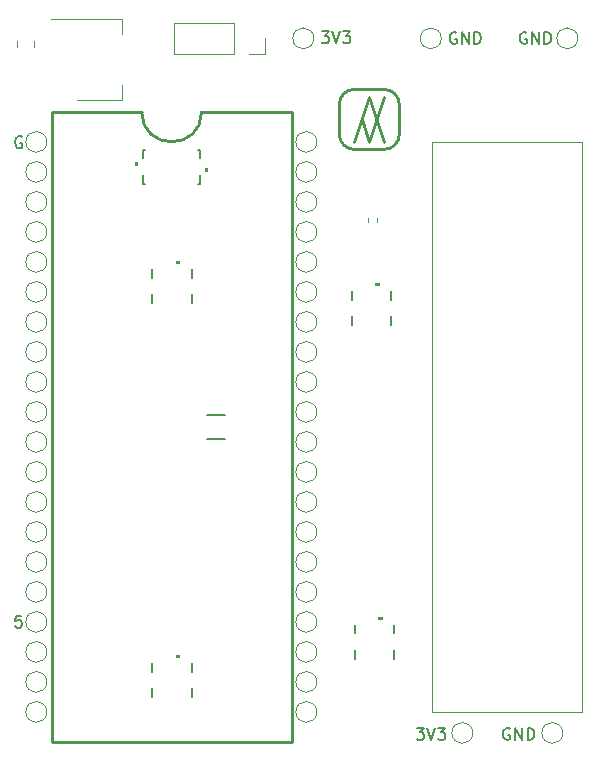
<source format=gbr>
%TF.GenerationSoftware,KiCad,Pcbnew,7.0.9*%
%TF.CreationDate,2024-10-20T15:28:43-06:00*%
%TF.ProjectId,Prototype2,50726f74-6f74-4797-9065-322e6b696361,rev?*%
%TF.SameCoordinates,Original*%
%TF.FileFunction,Legend,Top*%
%TF.FilePolarity,Positive*%
%FSLAX46Y46*%
G04 Gerber Fmt 4.6, Leading zero omitted, Abs format (unit mm)*
G04 Created by KiCad (PCBNEW 7.0.9) date 2024-10-20 15:28:43*
%MOMM*%
%LPD*%
G01*
G04 APERTURE LIST*
%ADD10C,0.254000*%
%ADD11C,0.150000*%
%ADD12C,0.076200*%
%ADD13C,0.152400*%
%ADD14C,0.120000*%
%ADD15C,0.100000*%
G04 APERTURE END LIST*
D10*
X187960000Y-65405000D02*
G75*
G03*
X186690000Y-64135000I-1270000J0D01*
G01*
X185420000Y-68580000D02*
X186690000Y-64770000D01*
X184150000Y-68580000D02*
X185420000Y-64770000D01*
X186690000Y-69215000D02*
G75*
G03*
X187960000Y-67945000I0J1270000D01*
G01*
X187960000Y-65405000D02*
X187960000Y-67945000D01*
X182880000Y-67945000D02*
G75*
G03*
X184150000Y-69215000I1270000J0D01*
G01*
X182880000Y-65405000D02*
X182880000Y-67945000D01*
X186690000Y-64135000D02*
X184150000Y-64135000D01*
X184785000Y-66675000D02*
X185420000Y-68580000D01*
X185420000Y-64770000D02*
X186690000Y-68580000D01*
X184150000Y-64135000D02*
G75*
G03*
X182880000Y-65405000I0J-1270000D01*
G01*
X186690000Y-69215000D02*
X184150000Y-69215000D01*
D11*
X155956169Y-108699419D02*
X155479979Y-108699419D01*
X155479979Y-108699419D02*
X155432360Y-109175609D01*
X155432360Y-109175609D02*
X155479979Y-109127990D01*
X155479979Y-109127990D02*
X155575217Y-109080371D01*
X155575217Y-109080371D02*
X155813312Y-109080371D01*
X155813312Y-109080371D02*
X155908550Y-109127990D01*
X155908550Y-109127990D02*
X155956169Y-109175609D01*
X155956169Y-109175609D02*
X156003788Y-109270847D01*
X156003788Y-109270847D02*
X156003788Y-109508942D01*
X156003788Y-109508942D02*
X155956169Y-109604180D01*
X155956169Y-109604180D02*
X155908550Y-109651800D01*
X155908550Y-109651800D02*
X155813312Y-109699419D01*
X155813312Y-109699419D02*
X155575217Y-109699419D01*
X155575217Y-109699419D02*
X155479979Y-109651800D01*
X155479979Y-109651800D02*
X155432360Y-109604180D01*
X181394341Y-59220219D02*
X182013388Y-59220219D01*
X182013388Y-59220219D02*
X181680055Y-59601171D01*
X181680055Y-59601171D02*
X181822912Y-59601171D01*
X181822912Y-59601171D02*
X181918150Y-59648790D01*
X181918150Y-59648790D02*
X181965769Y-59696409D01*
X181965769Y-59696409D02*
X182013388Y-59791647D01*
X182013388Y-59791647D02*
X182013388Y-60029742D01*
X182013388Y-60029742D02*
X181965769Y-60124980D01*
X181965769Y-60124980D02*
X181918150Y-60172600D01*
X181918150Y-60172600D02*
X181822912Y-60220219D01*
X181822912Y-60220219D02*
X181537198Y-60220219D01*
X181537198Y-60220219D02*
X181441960Y-60172600D01*
X181441960Y-60172600D02*
X181394341Y-60124980D01*
X182299103Y-59220219D02*
X182632436Y-60220219D01*
X182632436Y-60220219D02*
X182965769Y-59220219D01*
X183203865Y-59220219D02*
X183822912Y-59220219D01*
X183822912Y-59220219D02*
X183489579Y-59601171D01*
X183489579Y-59601171D02*
X183632436Y-59601171D01*
X183632436Y-59601171D02*
X183727674Y-59648790D01*
X183727674Y-59648790D02*
X183775293Y-59696409D01*
X183775293Y-59696409D02*
X183822912Y-59791647D01*
X183822912Y-59791647D02*
X183822912Y-60029742D01*
X183822912Y-60029742D02*
X183775293Y-60124980D01*
X183775293Y-60124980D02*
X183727674Y-60172600D01*
X183727674Y-60172600D02*
X183632436Y-60220219D01*
X183632436Y-60220219D02*
X183346722Y-60220219D01*
X183346722Y-60220219D02*
X183251484Y-60172600D01*
X183251484Y-60172600D02*
X183203865Y-60124980D01*
X197304188Y-118246638D02*
X197208950Y-118199019D01*
X197208950Y-118199019D02*
X197066093Y-118199019D01*
X197066093Y-118199019D02*
X196923236Y-118246638D01*
X196923236Y-118246638D02*
X196827998Y-118341876D01*
X196827998Y-118341876D02*
X196780379Y-118437114D01*
X196780379Y-118437114D02*
X196732760Y-118627590D01*
X196732760Y-118627590D02*
X196732760Y-118770447D01*
X196732760Y-118770447D02*
X196780379Y-118960923D01*
X196780379Y-118960923D02*
X196827998Y-119056161D01*
X196827998Y-119056161D02*
X196923236Y-119151400D01*
X196923236Y-119151400D02*
X197066093Y-119199019D01*
X197066093Y-119199019D02*
X197161331Y-119199019D01*
X197161331Y-119199019D02*
X197304188Y-119151400D01*
X197304188Y-119151400D02*
X197351807Y-119103780D01*
X197351807Y-119103780D02*
X197351807Y-118770447D01*
X197351807Y-118770447D02*
X197161331Y-118770447D01*
X197780379Y-119199019D02*
X197780379Y-118199019D01*
X197780379Y-118199019D02*
X198351807Y-119199019D01*
X198351807Y-119199019D02*
X198351807Y-118199019D01*
X198827998Y-119199019D02*
X198827998Y-118199019D01*
X198827998Y-118199019D02*
X199066093Y-118199019D01*
X199066093Y-118199019D02*
X199208950Y-118246638D01*
X199208950Y-118246638D02*
X199304188Y-118341876D01*
X199304188Y-118341876D02*
X199351807Y-118437114D01*
X199351807Y-118437114D02*
X199399426Y-118627590D01*
X199399426Y-118627590D02*
X199399426Y-118770447D01*
X199399426Y-118770447D02*
X199351807Y-118960923D01*
X199351807Y-118960923D02*
X199304188Y-119056161D01*
X199304188Y-119056161D02*
X199208950Y-119151400D01*
X199208950Y-119151400D02*
X199066093Y-119199019D01*
X199066093Y-119199019D02*
X198827998Y-119199019D01*
X198726588Y-59318638D02*
X198631350Y-59271019D01*
X198631350Y-59271019D02*
X198488493Y-59271019D01*
X198488493Y-59271019D02*
X198345636Y-59318638D01*
X198345636Y-59318638D02*
X198250398Y-59413876D01*
X198250398Y-59413876D02*
X198202779Y-59509114D01*
X198202779Y-59509114D02*
X198155160Y-59699590D01*
X198155160Y-59699590D02*
X198155160Y-59842447D01*
X198155160Y-59842447D02*
X198202779Y-60032923D01*
X198202779Y-60032923D02*
X198250398Y-60128161D01*
X198250398Y-60128161D02*
X198345636Y-60223400D01*
X198345636Y-60223400D02*
X198488493Y-60271019D01*
X198488493Y-60271019D02*
X198583731Y-60271019D01*
X198583731Y-60271019D02*
X198726588Y-60223400D01*
X198726588Y-60223400D02*
X198774207Y-60175780D01*
X198774207Y-60175780D02*
X198774207Y-59842447D01*
X198774207Y-59842447D02*
X198583731Y-59842447D01*
X199202779Y-60271019D02*
X199202779Y-59271019D01*
X199202779Y-59271019D02*
X199774207Y-60271019D01*
X199774207Y-60271019D02*
X199774207Y-59271019D01*
X200250398Y-60271019D02*
X200250398Y-59271019D01*
X200250398Y-59271019D02*
X200488493Y-59271019D01*
X200488493Y-59271019D02*
X200631350Y-59318638D01*
X200631350Y-59318638D02*
X200726588Y-59413876D01*
X200726588Y-59413876D02*
X200774207Y-59509114D01*
X200774207Y-59509114D02*
X200821826Y-59699590D01*
X200821826Y-59699590D02*
X200821826Y-59842447D01*
X200821826Y-59842447D02*
X200774207Y-60032923D01*
X200774207Y-60032923D02*
X200726588Y-60128161D01*
X200726588Y-60128161D02*
X200631350Y-60223400D01*
X200631350Y-60223400D02*
X200488493Y-60271019D01*
X200488493Y-60271019D02*
X200250398Y-60271019D01*
X192782988Y-59318638D02*
X192687750Y-59271019D01*
X192687750Y-59271019D02*
X192544893Y-59271019D01*
X192544893Y-59271019D02*
X192402036Y-59318638D01*
X192402036Y-59318638D02*
X192306798Y-59413876D01*
X192306798Y-59413876D02*
X192259179Y-59509114D01*
X192259179Y-59509114D02*
X192211560Y-59699590D01*
X192211560Y-59699590D02*
X192211560Y-59842447D01*
X192211560Y-59842447D02*
X192259179Y-60032923D01*
X192259179Y-60032923D02*
X192306798Y-60128161D01*
X192306798Y-60128161D02*
X192402036Y-60223400D01*
X192402036Y-60223400D02*
X192544893Y-60271019D01*
X192544893Y-60271019D02*
X192640131Y-60271019D01*
X192640131Y-60271019D02*
X192782988Y-60223400D01*
X192782988Y-60223400D02*
X192830607Y-60175780D01*
X192830607Y-60175780D02*
X192830607Y-59842447D01*
X192830607Y-59842447D02*
X192640131Y-59842447D01*
X193259179Y-60271019D02*
X193259179Y-59271019D01*
X193259179Y-59271019D02*
X193830607Y-60271019D01*
X193830607Y-60271019D02*
X193830607Y-59271019D01*
X194306798Y-60271019D02*
X194306798Y-59271019D01*
X194306798Y-59271019D02*
X194544893Y-59271019D01*
X194544893Y-59271019D02*
X194687750Y-59318638D01*
X194687750Y-59318638D02*
X194782988Y-59413876D01*
X194782988Y-59413876D02*
X194830607Y-59509114D01*
X194830607Y-59509114D02*
X194878226Y-59699590D01*
X194878226Y-59699590D02*
X194878226Y-59842447D01*
X194878226Y-59842447D02*
X194830607Y-60032923D01*
X194830607Y-60032923D02*
X194782988Y-60128161D01*
X194782988Y-60128161D02*
X194687750Y-60223400D01*
X194687750Y-60223400D02*
X194544893Y-60271019D01*
X194544893Y-60271019D02*
X194306798Y-60271019D01*
X189420741Y-118199019D02*
X190039788Y-118199019D01*
X190039788Y-118199019D02*
X189706455Y-118579971D01*
X189706455Y-118579971D02*
X189849312Y-118579971D01*
X189849312Y-118579971D02*
X189944550Y-118627590D01*
X189944550Y-118627590D02*
X189992169Y-118675209D01*
X189992169Y-118675209D02*
X190039788Y-118770447D01*
X190039788Y-118770447D02*
X190039788Y-119008542D01*
X190039788Y-119008542D02*
X189992169Y-119103780D01*
X189992169Y-119103780D02*
X189944550Y-119151400D01*
X189944550Y-119151400D02*
X189849312Y-119199019D01*
X189849312Y-119199019D02*
X189563598Y-119199019D01*
X189563598Y-119199019D02*
X189468360Y-119151400D01*
X189468360Y-119151400D02*
X189420741Y-119103780D01*
X190325503Y-118199019D02*
X190658836Y-119199019D01*
X190658836Y-119199019D02*
X190992169Y-118199019D01*
X191230265Y-118199019D02*
X191849312Y-118199019D01*
X191849312Y-118199019D02*
X191515979Y-118579971D01*
X191515979Y-118579971D02*
X191658836Y-118579971D01*
X191658836Y-118579971D02*
X191754074Y-118627590D01*
X191754074Y-118627590D02*
X191801693Y-118675209D01*
X191801693Y-118675209D02*
X191849312Y-118770447D01*
X191849312Y-118770447D02*
X191849312Y-119008542D01*
X191849312Y-119008542D02*
X191801693Y-119103780D01*
X191801693Y-119103780D02*
X191754074Y-119151400D01*
X191754074Y-119151400D02*
X191658836Y-119199019D01*
X191658836Y-119199019D02*
X191373122Y-119199019D01*
X191373122Y-119199019D02*
X191277884Y-119151400D01*
X191277884Y-119151400D02*
X191230265Y-119103780D01*
X156003788Y-68157838D02*
X155908550Y-68110219D01*
X155908550Y-68110219D02*
X155765693Y-68110219D01*
X155765693Y-68110219D02*
X155622836Y-68157838D01*
X155622836Y-68157838D02*
X155527598Y-68253076D01*
X155527598Y-68253076D02*
X155479979Y-68348314D01*
X155479979Y-68348314D02*
X155432360Y-68538790D01*
X155432360Y-68538790D02*
X155432360Y-68681647D01*
X155432360Y-68681647D02*
X155479979Y-68872123D01*
X155479979Y-68872123D02*
X155527598Y-68967361D01*
X155527598Y-68967361D02*
X155622836Y-69062600D01*
X155622836Y-69062600D02*
X155765693Y-69110219D01*
X155765693Y-69110219D02*
X155860931Y-69110219D01*
X155860931Y-69110219D02*
X156003788Y-69062600D01*
X156003788Y-69062600D02*
X156051407Y-69014980D01*
X156051407Y-69014980D02*
X156051407Y-68681647D01*
X156051407Y-68681647D02*
X155860931Y-68681647D01*
D12*
%TO.C,TP28*%
X180975000Y-93980000D02*
G75*
G03*
X180975000Y-93980000I-889000J0D01*
G01*
%TO.C,TP10*%
X158115000Y-93980000D02*
G75*
G03*
X158115000Y-93980000I-889000J0D01*
G01*
%TO.C,TP19*%
X180975000Y-116840000D02*
G75*
G03*
X180975000Y-116840000I-889000J0D01*
G01*
%TO.C,TP42*%
X201803000Y-118618000D02*
G75*
G03*
X201803000Y-118618000I-889000J0D01*
G01*
%TO.C,TP6*%
X158115000Y-83820000D02*
G75*
G03*
X158115000Y-83820000I-889000J0D01*
G01*
%TO.C,TP40*%
X203073000Y-59817000D02*
G75*
G03*
X203073000Y-59817000I-889000J0D01*
G01*
D13*
%TO.C,U6*%
X170383200Y-115570000D02*
X170383200Y-114857403D01*
X167030400Y-114857403D02*
X167030400Y-115570000D01*
X170383200Y-113437797D02*
X170383200Y-112725200D01*
X167030400Y-112725200D02*
X167030400Y-113437797D01*
G36*
X169397426Y-112293400D02*
G01*
X169016426Y-112293400D01*
X169016426Y-112039400D01*
X169397426Y-112039400D01*
X169397426Y-112293400D01*
G37*
%TO.C,U8*%
X170383200Y-82194400D02*
X170383200Y-81481803D01*
X167030400Y-81481803D02*
X167030400Y-82194400D01*
X170383200Y-80062197D02*
X170383200Y-79349600D01*
X167030400Y-79349600D02*
X167030400Y-80062197D01*
G36*
X169397426Y-78917800D02*
G01*
X169016426Y-78917800D01*
X169016426Y-78663800D01*
X169397426Y-78663800D01*
X169397426Y-78917800D01*
G37*
D12*
%TO.C,TP2*%
X158115000Y-73660000D02*
G75*
G03*
X158115000Y-73660000I-889000J0D01*
G01*
%TO.C,TP34*%
X180975000Y-78740000D02*
G75*
G03*
X180975000Y-78740000I-889000J0D01*
G01*
D14*
%TO.C,U10*%
X158435000Y-58185000D02*
X164445000Y-58185000D01*
X160685000Y-65005000D02*
X164445000Y-65005000D01*
X164445000Y-58185000D02*
X164445000Y-59445000D01*
X164445000Y-65005000D02*
X164445000Y-63745000D01*
D12*
%TO.C,TP14*%
X158115000Y-104140000D02*
G75*
G03*
X158115000Y-104140000I-889000J0D01*
G01*
%TO.C,TP31*%
X180975000Y-86360000D02*
G75*
G03*
X180975000Y-86360000I-889000J0D01*
G01*
%TO.C,TP45*%
X194183000Y-118618000D02*
G75*
G03*
X194183000Y-118618000I-889000J0D01*
G01*
%TO.C,TP7*%
X158115000Y-86360000D02*
G75*
G03*
X158115000Y-86360000I-889000J0D01*
G01*
%TO.C,TP26*%
X180975000Y-99060000D02*
G75*
G03*
X180975000Y-99060000I-889000J0D01*
G01*
D13*
%TO.C,U7*%
X187553600Y-112318800D02*
X187553600Y-111606203D01*
X184200800Y-111606203D02*
X184200800Y-112318800D01*
X187553600Y-110186597D02*
X187553600Y-109474000D01*
X184200800Y-109474000D02*
X184200800Y-110186597D01*
G36*
X186567826Y-109042200D02*
G01*
X186186826Y-109042200D01*
X186186826Y-108788200D01*
X186567826Y-108788200D01*
X186567826Y-109042200D01*
G37*
D12*
%TO.C,TP41*%
X158115000Y-68580000D02*
G75*
G03*
X158115000Y-68580000I-889000J0D01*
G01*
%TO.C,TP9*%
X158115000Y-91440000D02*
G75*
G03*
X158115000Y-91440000I-889000J0D01*
G01*
%TO.C,TP16*%
X158115000Y-111760000D02*
G75*
G03*
X158115000Y-111760000I-889000J0D01*
G01*
D14*
%TO.C,J3*%
X173990000Y-58487000D02*
X168850000Y-58487000D01*
X173990000Y-58487000D02*
X173990000Y-61147000D01*
X168850000Y-58487000D02*
X168850000Y-61147000D01*
X176590000Y-59817000D02*
X176590000Y-61147000D01*
X176590000Y-61147000D02*
X175260000Y-61147000D01*
X173990000Y-61147000D02*
X168850000Y-61147000D01*
D12*
%TO.C,TP29*%
X180975000Y-91440000D02*
G75*
G03*
X180975000Y-91440000I-889000J0D01*
G01*
%TO.C,TP44*%
X180721000Y-59817000D02*
G75*
G03*
X180721000Y-59817000I-889000J0D01*
G01*
%TO.C,TP21*%
X180975000Y-111760000D02*
G75*
G03*
X180975000Y-111760000I-889000J0D01*
G01*
D13*
%TO.C,U1*%
X171672601Y-93714000D02*
X173230601Y-93714000D01*
X173230601Y-91706000D02*
X171672601Y-91706000D01*
D12*
%TO.C,TP15*%
X158115000Y-106680000D02*
G75*
G03*
X158115000Y-106680000I-889000J0D01*
G01*
%TO.C,TP24*%
X180975000Y-104140000D02*
G75*
G03*
X180975000Y-104140000I-889000J0D01*
G01*
%TO.C,TP36*%
X180975000Y-73660000D02*
G75*
G03*
X180975000Y-73660000I-889000J0D01*
G01*
%TO.C,TP8*%
X158115000Y-88900000D02*
G75*
G03*
X158115000Y-88900000I-889000J0D01*
G01*
%TO.C,TP22*%
X180975000Y-109220000D02*
G75*
G03*
X180975000Y-109220000I-889000J0D01*
G01*
%TO.C,TP13*%
X158115000Y-101600000D02*
G75*
G03*
X158115000Y-101600000I-889000J0D01*
G01*
%TO.C,TP11*%
X158115000Y-96520000D02*
G75*
G03*
X158115000Y-96520000I-889000J0D01*
G01*
%TO.C,TP35*%
X180975000Y-76200000D02*
G75*
G03*
X180975000Y-76200000I-889000J0D01*
G01*
%TO.C,TP18*%
X158115000Y-116840000D02*
G75*
G03*
X158115000Y-116840000I-889000J0D01*
G01*
%TO.C,TP17*%
X158115000Y-114300000D02*
G75*
G03*
X158115000Y-114300000I-889000J0D01*
G01*
%TO.C,TP38*%
X180975000Y-68580000D02*
G75*
G03*
X180975000Y-68580000I-889000J0D01*
G01*
%TO.C,TP25*%
X180975000Y-101600000D02*
G75*
G03*
X180975000Y-101600000I-889000J0D01*
G01*
%TO.C,TP32*%
X180975000Y-83820000D02*
G75*
G03*
X180975000Y-83820000I-889000J0D01*
G01*
%TO.C,TP20*%
X180975000Y-114300000D02*
G75*
G03*
X180975000Y-114300000I-889000J0D01*
G01*
%TO.C,TP12*%
X158115000Y-99060000D02*
G75*
G03*
X158115000Y-99060000I-889000J0D01*
G01*
D14*
%TO.C,R1*%
X186054000Y-75032359D02*
X186054000Y-75339641D01*
X185294000Y-75032359D02*
X185294000Y-75339641D01*
D12*
%TO.C,TP37*%
X180975000Y-71120000D02*
G75*
G03*
X180975000Y-71120000I-889000J0D01*
G01*
D15*
%TO.C,J1*%
X190754000Y-68580000D02*
X203454000Y-68580000D01*
X203454000Y-68580000D02*
X203454000Y-116840000D01*
X203454000Y-116840000D02*
X190754000Y-116840000D01*
X190754000Y-116840000D02*
X190754000Y-68580000D01*
D13*
%TO.C,U9*%
X187299600Y-84061300D02*
X187299600Y-83348703D01*
X183946800Y-83348703D02*
X183946800Y-84061300D01*
X187299600Y-81929097D02*
X187299600Y-81216500D01*
X183946800Y-81216500D02*
X183946800Y-81929097D01*
G36*
X186313826Y-80784700D02*
G01*
X185932826Y-80784700D01*
X185932826Y-80530700D01*
X186313826Y-80530700D01*
X186313826Y-80784700D01*
G37*
D12*
%TO.C,TP1*%
X158115000Y-71120000D02*
G75*
G03*
X158115000Y-71120000I-889000J0D01*
G01*
%TO.C,TP33*%
X180975000Y-81280000D02*
G75*
G03*
X180975000Y-81280000I-889000J0D01*
G01*
%TO.C,TP4*%
X158115000Y-78740000D02*
G75*
G03*
X158115000Y-78740000I-889000J0D01*
G01*
%TO.C,TP3*%
X158115000Y-76200000D02*
G75*
G03*
X158115000Y-76200000I-889000J0D01*
G01*
%TO.C,TP5*%
X158115000Y-81280000D02*
G75*
G03*
X158115000Y-81280000I-889000J0D01*
G01*
%TO.C,TP30*%
X180975000Y-88900000D02*
G75*
G03*
X180975000Y-88900000I-889000J0D01*
G01*
%TO.C,TP27*%
X180975000Y-96520000D02*
G75*
G03*
X180975000Y-96520000I-889000J0D01*
G01*
%TO.C,TP39*%
X191516000Y-59817000D02*
G75*
G03*
X191516000Y-59817000I-889000J0D01*
G01*
%TO.C,TP23*%
X180975000Y-106680000D02*
G75*
G03*
X180975000Y-106680000I-889000J0D01*
G01*
D10*
%TO.C,J2*%
X158525900Y-66032500D02*
X166145900Y-66032500D01*
X158525900Y-68572500D02*
X158525900Y-66032500D01*
X158525900Y-68572500D02*
X158525900Y-119372500D01*
X158525900Y-119372500D02*
X178845900Y-119372500D01*
X178845900Y-66032500D02*
X171225900Y-66032500D01*
X178845900Y-119372500D02*
X178845900Y-66032500D01*
X166145900Y-66032500D02*
G75*
G03*
X171225900Y-66032500I2540000J0D01*
G01*
D13*
%TO.C,U2*%
X171101385Y-69265800D02*
X170885866Y-69265800D01*
X166465504Y-69265800D02*
X166249985Y-69265800D01*
X166249985Y-69265800D02*
X166249985Y-69978397D01*
X171101385Y-69978397D02*
X171101385Y-69265800D01*
X166249985Y-71398003D02*
X166249985Y-72110600D01*
X171101385Y-72110600D02*
X171101385Y-71398003D01*
X170885866Y-72110600D02*
X171101385Y-72110600D01*
X166249985Y-72110600D02*
X166465504Y-72110600D01*
G36*
X165818185Y-70628637D02*
G01*
X165564185Y-70628637D01*
X165564185Y-70247637D01*
X165818185Y-70247637D01*
X165818185Y-70628637D01*
G37*
G36*
X171787185Y-71128763D02*
G01*
X171533185Y-71128763D01*
X171533185Y-70747763D01*
X171787185Y-70747763D01*
X171787185Y-71128763D01*
G37*
D14*
%TO.C,C11*%
X155602000Y-60525252D02*
X155602000Y-60002748D01*
X157072000Y-60525252D02*
X157072000Y-60002748D01*
D12*
%TO.C,TP43*%
X158115000Y-109220000D02*
G75*
G03*
X158115000Y-109220000I-889000J0D01*
G01*
%TD*%
M02*

</source>
